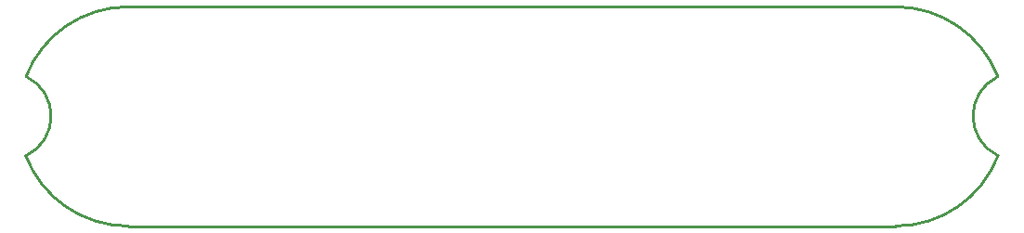
<source format=gko>
G04 Layer: BoardOutlineLayer*
G04 EasyEDA v6.5.1, 2022-03-27 10:56:42*
G04 f4f8d14073c14480b57db79f537dda5a,f5a38c858c354eb5b90fd3f81420cce3,10*
G04 Gerber Generator version 0.2*
G04 Scale: 100 percent, Rotated: No, Reflected: No *
G04 Dimensions in millimeters *
G04 leading zeros omitted , absolute positions ,4 integer and 5 decimal *
%FSLAX45Y45*%
%MOMM*%

%ADD10C,0.2540*%
D10*
X8001500Y-2000001D02*
G01*
X1001501Y-2000001D01*
X1010000Y0D02*
G01*
X8009999Y0D01*
G75*
G01*
X8932527Y-637149D02*
G03*
X8935103Y-1357892I174867J-359751D01*
G75*
G01*
X8001500Y0D02*
G02*
X8932370Y-634652I-2J-1000001D01*
G75*
G01*
X1001502Y-2000001D02*
G02*
X68280Y-1359311I-3J1000000D01*
G75*
G01*
X70625Y-634657D02*
G02*
X1001502Y0I930873J-365344D01*
G75*
G01*
X70701Y-1358321D02*
G03*
X70127Y-635406I-171599J361321D01*
G75*
G01*
X8935748Y-1356627D02*
G02*
X8001500Y-2000001I-934248J356626D01*

%LPD*%
M02*

</source>
